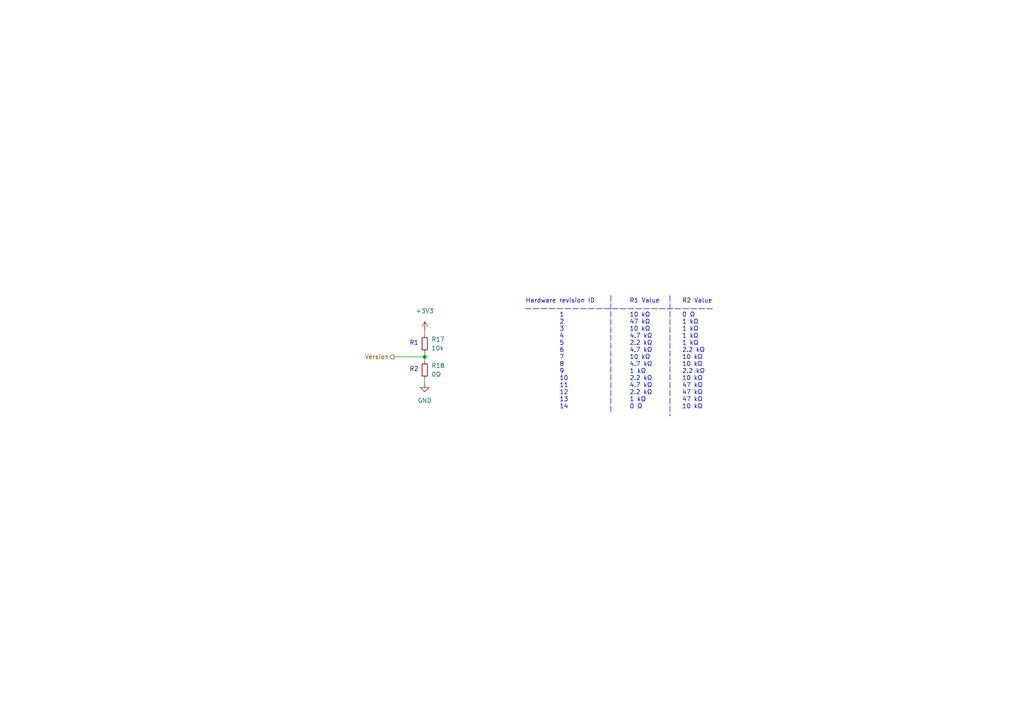
<source format=kicad_sch>
(kicad_sch (version 20210621) (generator eeschema)
  (paper "A4")
  (title_block (date "2021-11-21"))
  (lib_symbols
    (symbol "Device:R_Small" (pin_numbers hide) (pin_names (offset 0.254) hide)
      (property "Reference" "R" (at 0.762 0.508 0))
      (property "Value" "R_Small" (at 0.762 -1.016 0))
      (symbol "R_Small_0_1"
        (rectangle (start -0.762 1.778) (end 0.762 -1.778) (stroke (width 0.2032)))
      )
      (symbol "R_Small_1_1"
        (pin passive line (at 0 2.54 270) (length 0.762) (name "~") (number "1"))
        (pin passive line (at 0 -2.54 90) (length 0.762) (name "~") (number "2"))
      )
    )
    (symbol "power:+3V3" (power) (pin_names (offset 0))
      (property "Value" "+3V3" (at 0 3.556 0))
      (symbol "+3V3_0_1"
        (polyline (pts (xy -0.762 1.27) (xy 0 2.54)))
        (polyline (pts (xy 0 0) (xy 0 2.54)))
        (polyline (pts (xy 0 2.54) (xy 0.762 1.27)))
      )
      (symbol "+3V3_1_1"
        (pin power_in line (at 0 0 90) (length 0) hide (name "+3V3") (number "1"))
      )
    )
    (symbol "power:GND" (power) (pin_names (offset 0))
      (property "Value" "GND" (at 0 -3.81 0))
      (symbol "GND_0_1"
        (polyline (pts (xy 0 0) (xy 0 -1.27) (xy 1.27 -1.27) (xy 0 -2.54) (xy -1.27 -1.27) (xy 0 -1.27)))
      )
      (symbol "GND_1_1"
        (pin power_in line (at 0 0 270) (length 0) hide (name "GND") (number "1"))
      )
    )
  )
  (junction (at 123.19 103.505))
  (wire (pts (xy 123.19 109.855) (xy 123.19 111.125)))
  (wire (pts (xy 114.3 103.505) (xy 123.19 103.505)))
  (wire (pts (xy 123.19 102.235) (xy 123.19 103.505)))
  (polyline (pts (xy 152.4 89.535) (xy 207.01 89.535)))
  (polyline (pts (xy 194.31 85.725) (xy 194.31 120.65)))
  (wire (pts (xy 123.19 103.505) (xy 123.19 104.775)))
  (polyline (pts (xy 177.165 85.725) (xy 177.165 120.015)))
  (wire (pts (xy 123.19 95.885) (xy 123.19 97.155)))
  (text "R2" (at 118.745 107.95 0) (effects (font (size 1.27 1.27)) (justify left bottom)))
  (text "R1" (at 118.745 100.33 0) (effects (font (size 1.27 1.27)) (justify left bottom)))
  (text "Hardware revision ID	R1 Value	R2 Value\n\n		1				10 kΩ		0 Ω\n		2				47 kΩ		1 kΩ\n		3				10 kΩ		1 kΩ\n		4				4.7 kΩ		1 kΩ\n		5				2.2 kΩ		1 kΩ\n		6				4.7 kΩ		2.2 kΩ\n		7				10 kΩ		10 kΩ\n		8				4.7 kΩ		10 kΩ\n		9				1 kΩ		2.2 kΩ\n		10				2.2 kΩ		10 kΩ\n		11				4.7 kΩ		47 kΩ\n		12				2.2 kΩ		47 kΩ\n		13				1 kΩ		47 kΩ\n		14				0 Ω			10 kΩ" (at 152.4 118.745 0) (effects (font (size 1.27 1.27)) (justify left bottom)))
  (hierarchical_label "Version" (shape output) (at 114.3 103.505 180))
  (symbol (lib_id "Device:R_Small") (at 123.19 99.695 180) (unit 1)
    (property "Reference" "R17" (at 125.095 98.4249 0) (effects (justify right)))
    (property "Value" "10k" (at 125.095 100.9649 0) (effects (justify right)))
    (property "Footprint" "Resistor_SMD:R_0805_2012Metric_Pad1.20x1.40mm_HandSolder" (effects hide))
  )
  (symbol (lib_id "power:+3V3") (at 123.19 95.885 0) (unit 1)
    (property "Reference" "#PWR012" (effects hide))
    (property "Value" "+3V3" (at 123.19 90.17 0))
  )
  (symbol (lib_id "Device:R_Small") (at 123.19 107.315 180) (unit 1)
    (property "Reference" "R18" (at 125.095 106.0449 0) (effects (justify right)))
    (property "Value" "0Ω" (at 125.095 108.5849 0) (effects (justify right)))
    (property "Footprint" "Resistor_SMD:R_0805_2012Metric_Pad1.20x1.40mm_HandSolder" (effects hide))
  )
  (symbol (lib_id "power:GND") (at 123.19 111.125 0) (unit 1)
    (property "Reference" "#PWR013" (effects hide))
    (property "Value" "GND" (at 123.19 116.205 0))
  )
)
</source>
